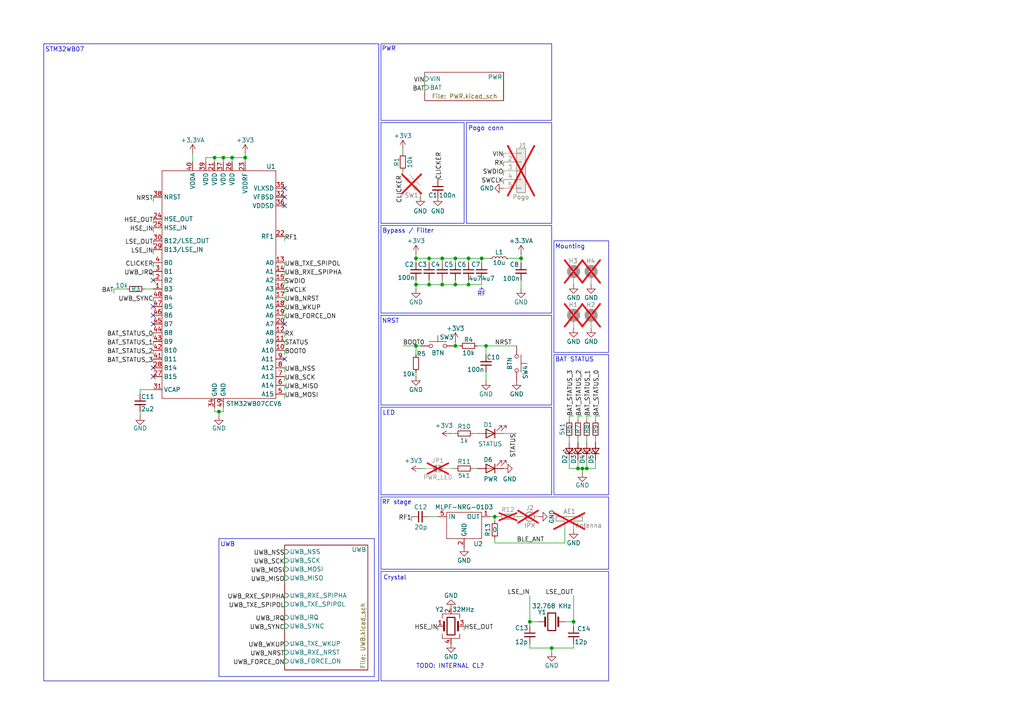
<source format=kicad_sch>
(kicad_sch (version 20231120) (generator "eeschema") (generator_version "8.0")
  (paper "A4")
  (lib_symbols
    (symbol "Connector:Conn_Coaxial_Small" (pin_numbers hide) (pin_names (offset 1.016) hide)
      (property "Reference" "J" (at 0.254 3.048 0))
      (property "Value" "Conn_Coaxial_Small" (at 0 -3.81 0))
      (symbol "Conn_Coaxial_Small_1_1"
        (pin passive line (at -2.54 0 0) (length 1.27) (name "In") (number "1"))
        (pin passive line (at 2.54 0 180) (length 1.27) (name "Ext") (number "2"))
      )
    )
    (symbol "Connector_Generic:Conn_01x05" (pin_names (offset 1.016) hide)
      (property "Reference" "J" (at 0 7.62 0))
      (property "Value" "Conn_01x05" (at 0 -7.62 0))
      (symbol "Conn_01x05_1_1"
        (pin passive line (at -5.08 5.08 0) (length 3.81) (name "Pin_1") (number "1"))
        (pin passive line (at -5.08 2.54 0) (length 3.81) (name "Pin_2") (number "2"))
        (pin passive line (at -5.08 0 0) (length 3.81) (name "Pin_3") (number "3"))
        (pin passive line (at -5.08 -2.54 0) (length 3.81) (name "Pin_4") (number "4"))
        (pin passive line (at -5.08 -5.08 0) (length 3.81) (name "Pin_5") (number "5"))
      )
    )
    (symbol "Device:Antenna_Dipole" (pin_numbers hide) (pin_names (offset 1.016) hide)
      (property "Reference" "AE" (at 1.27 1.27 0))
      (property "Value" "Antenna_Dipole" (at 1.27 0 0))
      (symbol "Antenna_Dipole_1_1"
        (pin input line (at 0 -5.08 90) (length 2.54) (name "~") (number "1"))
        (pin input line (at 2.54 -5.08 90) (length 2.54) (name "~") (number "2"))
      )
    )
    (symbol "Device:C_Small" (pin_numbers hide) (pin_names (offset 0.254) hide)
      (property "Reference" "C" (at 0.254 1.778 0))
      (property "Value" "C_Small" (at 0.254 -2.032 0))
      (symbol "C_Small_1_1"
        (pin passive line (at 0 2.54 270) (length 2.032) (name "~") (number "1"))
        (pin passive line (at 0 -2.54 90) (length 2.032) (name "~") (number "2"))
      )
    )
    (symbol "Device:Crystal" (pin_numbers hide) (pin_names (offset 1.016) hide)
      (property "Reference" "Y" (at 0 3.81 0))
      (property "Value" "Crystal" (at 0 -3.81 0))
      (symbol "Crystal_1_1"
        (pin passive line (at -3.81 0 0) (length 1.27) (name "1") (number "1"))
        (pin passive line (at 3.81 0 180) (length 1.27) (name "2") (number "2"))
      )
    )
    (symbol "Device:Crystal_GND24" (pin_names (offset 1.016) hide)
      (property "Reference" "Y" (at 3.175 5.08 0))
      (property "Value" "Crystal_GND24" (at 3.175 3.175 0))
      (symbol "Crystal_GND24_1_1"
        (pin passive line (at -3.81 0 0) (length 1.27) (name "1") (number "1"))
        (pin passive line (at 0 5.08 270) (length 1.27) (name "2") (number "2"))
        (pin passive line (at 3.81 0 180) (length 1.27) (name "3") (number "3"))
        (pin passive line (at 0 -5.08 90) (length 1.27) (name "4") (number "4"))
      )
    )
    (symbol "Device:LED" (pin_numbers hide) (pin_names (offset 1.016) hide)
      (property "Reference" "D" (at 0 2.54 0))
      (property "Value" "LED" (at 0 -2.54 0))
      (symbol "LED_1_1"
        (pin passive line (at -3.81 0 0) (length 2.54) (name "K") (number "1"))
        (pin passive line (at 3.81 0 180) (length 2.54) (name "A") (number "2"))
      )
    )
    (symbol "Device:LED_Small" (pin_numbers hide) (pin_names (offset 0.254) hide)
      (property "Reference" "D" (at -1.27 3.175 0))
      (property "Value" "LED_Small" (at -4.445 -2.54 0))
      (symbol "LED_Small_1_1"
        (pin passive line (at -2.54 0 0) (length 1.778) (name "K") (number "1"))
        (pin passive line (at 2.54 0 180) (length 1.778) (name "A") (number "2"))
      )
    )
    (symbol "Device:L_Small" (pin_numbers hide) (pin_names (offset 0.254) hide)
      (property "Reference" "L" (at 0.762 1.016 0))
      (property "Value" "L_Small" (at 0.762 -1.016 0))
      (symbol "L_Small_1_1"
        (pin passive line (at 0 2.54 270) (length 0.508) (name "~") (number "1"))
        (pin passive line (at 0 -2.54 90) (length 0.508) (name "~") (number "2"))
      )
    )
    (symbol "Device:R_Small" (pin_numbers hide) (pin_names (offset 0.254) hide)
      (property "Reference" "R" (at 0.762 0.508 0))
      (property "Value" "R_Small" (at 0.762 -1.016 0))
      (symbol "R_Small_1_1"
        (pin passive line (at 0 2.54 270) (length 0.762) (name "~") (number "1"))
        (pin passive line (at 0 -2.54 90) (length 0.762) (name "~") (number "2"))
      )
    )
    (symbol "Jumper:SolderJumper_2_Open" (pin_numbers hide) (pin_names (offset 0) hide) (exclude_from_sim yes) (in_bom no)
      (property "Reference" "JP" (at 0 2.032 0))
      (property "Value" "SolderJumper_2_Open" (at 0 -2.54 0))
      (symbol "SolderJumper_2_Open_1_1"
        (pin passive line (at -3.81 0 0) (length 2.54) (name "A") (number "1"))
        (pin passive line (at 3.81 0 180) (length 2.54) (name "B") (number "2"))
      )
    )
    (symbol "Marijn:MLPF-NRG-01D3"
      (property "Reference" "U" (at 4.318 5.08 0))
      (property "Value" "MLPF-NRG-01D3" (at 8.382 -5.08 0))
      (symbol "MLPF-NRG-01D3_1_1"
        (pin output line (at 7.62 2.54 180) (length 2.54) (name "OUT") (number "1"))
        (pin power_in line (at 0 -6.35 90) (length 2.54) (name "GND") (number "2"))
        (pin power_in line (at 0 -6.35 90) (length 2.54) hide (name "GND") (number "3"))
        (pin power_in line (at 0 -6.35 90) (length 2.54) hide (name "GND") (number "4"))
        (pin input line (at -7.62 2.54 0) (length 2.54) (name "IN") (number "5"))
        (pin power_in line (at 0 -6.35 90) (length 2.54) hide (name "GND") (number "6"))
      )
    )
    (symbol "Marijn:STM32WB07CCV6"
      (property "Reference" "U" (at 15.748 34.036 0))
      (property "Value" "STM32WB07CCV6" (at 9.906 -34.544 0))
      (symbol "STM32WB07CCV6_1_1"
        (pin bidirectional line (at -19.05 -1.27 0) (length 2.54) (name "B3") (number "1"))
        (pin bidirectional line (at 19.05 -19.05 180) (length 2.54) (name "A10") (number "10"))
        (pin bidirectional line (at 19.05 -16.51 180) (length 2.54) (name "A9") (number "11"))
        (pin bidirectional line (at 19.05 -13.97 180) (length 2.54) (name "A8") (number "12"))
        (pin bidirectional line (at 19.05 6.35 180) (length 2.54) (name "A0") (number "13"))
        (pin bidirectional line (at 19.05 3.81 180) (length 2.54) (name "A1") (number "14"))
        (pin bidirectional line (at 19.05 1.27 180) (length 2.54) (name "A2") (number "15"))
        (pin bidirectional line (at 19.05 -1.27 180) (length 2.54) (name "A3") (number "16"))
        (pin bidirectional line (at 19.05 -3.81 180) (length 2.54) (name "A4") (number "17"))
        (pin bidirectional line (at 19.05 -6.35 180) (length 2.54) (name "A5") (number "18"))
        (pin bidirectional line (at 19.05 -8.89 180) (length 2.54) (name "A6") (number "19"))
        (pin bidirectional line (at -19.05 1.27 0) (length 2.54) (name "B2") (number "2"))
        (pin bidirectional line (at 19.05 -11.43 180) (length 2.54) (name "A7") (number "20"))
        (pin input line (at -1.27 35.56 270) (length 2.54) (name "VDD") (number "21"))
        (pin bidirectional line (at 19.05 13.97 180) (length 2.54) (name "RF1") (number "22"))
        (pin input line (at 7.62 35.56 270) (length 2.54) (name "VDDRF") (number "23"))
        (pin bidirectional line (at -19.05 19.05 0) (length 2.54) (name "HSE_OUT") (number "24"))
        (pin bidirectional line (at -19.05 16.51 0) (length 2.54) (name "HSE_IN") (number "25"))
        (pin input line (at 3.81 35.56 270) (length 2.54) (name "VDD") (number "26"))
        (pin bidirectional line (at -19.05 -26.67 0) (length 2.54) (name "B15") (number "27"))
        (pin bidirectional line (at -19.05 -24.13 0) (length 2.54) (name "B14") (number "28"))
        (pin bidirectional line (at -19.05 10.16 0) (length 2.54) (name "B13/LSE_IN") (number "29"))
        (pin bidirectional line (at -19.05 3.81 0) (length 2.54) (name "B1") (number "3"))
        (pin bidirectional line (at -19.05 12.7 0) (length 2.54) (name "B12/LSE_OUT") (number "30"))
        (pin bidirectional line (at -19.05 -30.48 0) (length 2.54) (name "VCAP") (number "31"))
        (pin bidirectional line (at 19.05 25.4 180) (length 2.54) (name "VFBSD") (number "32"))
        (pin bidirectional line (at -1.27 -35.56 90) (length 2.54) (name "GND") (number "34"))
        (pin bidirectional line (at 19.05 27.94 180) (length 2.54) (name "VLXSD") (number "35"))
        (pin bidirectional line (at 19.05 22.86 180) (length 2.54) (name "VDDSD") (number "36"))
        (pin input line (at 1.27 35.56 270) (length 2.54) (name "VDD") (number "37"))
        (pin input line (at -19.05 25.4 0) (length 2.54) (name "NRST") (number "38"))
        (pin input line (at -3.81 35.56 270) (length 2.54) (name "VDD") (number "39"))
        (pin bidirectional line (at -19.05 6.35 0) (length 2.54) (name "B0") (number "4"))
        (pin input line (at -7.62 35.56 270) (length 2.54) (name "VDDA") (number "40"))
        (pin bidirectional line (at -19.05 -21.59 0) (length 2.54) (name "B11") (number "41"))
        (pin bidirectional line (at -19.05 -19.05 0) (length 2.54) (name "B10") (number "42"))
        (pin bidirectional line (at -19.05 -16.51 0) (length 2.54) (name "B9") (number "43"))
        (pin bidirectional line (at -19.05 -13.97 0) (length 2.54) (name "B8") (number "44"))
        (pin bidirectional line (at -19.05 -11.43 0) (length 2.54) (name "B7") (number "45"))
        (pin bidirectional line (at -19.05 -8.89 0) (length 2.54) (name "B6") (number "46"))
        (pin bidirectional line (at -19.05 -6.35 0) (length 2.54) (name "B5") (number "47"))
        (pin bidirectional line (at -19.05 -3.81 0) (length 2.54) (name "B4") (number "48"))
        (pin bidirectional line (at 1.27 -35.56 90) (length 2.54) (name "GND") (number "49"))
        (pin bidirectional line (at 19.05 -31.75 180) (length 2.54) (name "A15") (number "5"))
        (pin bidirectional line (at 19.05 -29.21 180) (length 2.54) (name "A14") (number "6"))
        (pin bidirectional line (at 19.05 -26.67 180) (length 2.54) (name "A13") (number "7"))
        (pin bidirectional line (at 19.05 -24.13 180) (length 2.54) (name "A12") (number "8"))
        (pin bidirectional line (at 19.05 -21.59 180) (length 2.54) (name "A11") (number "9"))
      )
    )
    (symbol "Mechanical:MountingHole_Pad" (pin_numbers hide) (pin_names (offset 1.016) hide) (exclude_from_sim yes) (in_bom no)
      (property "Reference" "H" (at 0 6.35 0))
      (property "Value" "MountingHole_Pad" (at 0 4.445 0))
      (symbol "MountingHole_Pad_1_1"
        (pin input line (at 0 -2.54 90) (length 2.54) (name "1") (number "1"))
      )
    )
    (symbol "Switch:SW_Push" (pin_numbers hide) (pin_names (offset 1.016) hide)
      (property "Reference" "SW" (at 1.27 2.54 0))
      (property "Value" "SW_Push" (at 0 -1.524 0))
      (symbol "SW_Push_0_1"
        (pin passive line (at -5.08 0 0) (length 2.54) (name "1") (number "1"))
        (pin passive line (at 5.08 0 180) (length 2.54) (name "2") (number "2"))
      )
    )
    (symbol "Switch:SW_Push_45deg" (pin_numbers hide) (pin_names (offset 1.016) hide)
      (property "Reference" "SW" (at 3.048 1.016 0))
      (property "Value" "SW_Push_45deg" (at 0 -3.81 0))
      (symbol "SW_Push_45deg_0_1"
        (pin passive line (at -2.54 2.54 0) (length 0) (name "1") (number "1"))
        (pin passive line (at 2.54 -2.54 180) (length 0) (name "2") (number "2"))
      )
    )
    (symbol "power:+3.3VA" (power) (pin_numbers hide) (pin_names (offset 0) hide)
      (property "Value" "+3.3VA" (at 0 3.556 0))
      (symbol "+3.3VA_1_1"
        (pin power_in line (at 0 0 90) (length 0) (name "~") (number "1"))
      )
    )
    (symbol "power:+3V3" (power) (pin_numbers hide) (pin_names (offset 0) hide)
      (property "Value" "+3V3" (at 0 3.556 0))
      (symbol "+3V3_1_1"
        (pin power_in line (at 0 0 90) (length 0) (name "~") (number "1"))
      )
    )
    (symbol "power:GND" (power) (pin_numbers hide) (pin_names (offset 0) hide)
      (property "Value" "GND" (at 0 -3.81 0))
      (symbol "GND_1_1"
        (pin power_in line (at 0 0 270) (length 0) (name "~") (number "1"))
      )
    )
  )
  (junction (at 120.65 100.33))
  (junction (at 167.64 135.89))
  (junction (at 67.31 45.72))
  (junction (at 132.08 100.33))
  (junction (at 120.65 82.55))
  (junction (at 71.12 45.72))
  (junction (at 128.27 74.93))
  (junction (at 160.02 187.96))
  (junction (at 140.97 100.33))
  (junction (at 135.89 82.55))
  (junction (at 153.67 180.34))
  (junction (at 132.08 82.55))
  (junction (at 124.46 74.93))
  (junction (at 139.7 74.93))
  (junction (at 63.5 119.38))
  (junction (at 143.51 149.86))
  (junction (at 120.65 74.93))
  (junction (at 128.27 82.55))
  (junction (at 64.77 45.72))
  (junction (at 62.23 45.72))
  (junction (at 132.08 74.93))
  (junction (at 151.13 74.93))
  (junction (at 166.37 180.34))
  (junction (at 124.46 82.55))
  (junction (at 168.91 135.89))
  (junction (at 135.89 74.93))
  (junction (at 170.18 135.89))
  (no_connect (at 82.55 54.61))
  (no_connect (at 44.45 91.44))
  (no_connect (at 44.45 106.68))
  (no_connect (at 82.55 104.14))
  (no_connect (at 44.45 81.28))
  (no_connect (at 82.55 57.15))
  (no_connect (at 44.45 88.9))
  (no_connect (at 44.45 109.22))
  (no_connect (at 44.45 93.98))
  (no_connect (at 82.55 59.69))
  (no_connect (at 82.55 93.98))
  (wire (pts (xy 120.65 100.33) (xy 120.65 102.87)))
  (wire (pts (xy 123.19 26.67) (xy 123.19 25.4)))
  (wire (pts (xy 120.65 73.66) (xy 120.65 74.93)))
  (wire (pts (xy 173.99 120.65) (xy 172.72 120.65)))
  (wire (pts (xy 135.89 74.93) (xy 135.89 76.2)))
  (wire (pts (xy 135.89 74.93) (xy 139.7 74.93)))
  (wire (pts (xy 130.81 135.89) (xy 132.08 135.89)))
  (wire (pts (xy 132.08 82.55) (xy 135.89 82.55)))
  (wire (pts (xy 82.55 180.34) (xy 82.55 179.07)))
  (wire (pts (xy 67.31 45.72) (xy 64.77 45.72)))
  (wire (pts (xy 44.45 71.12) (xy 44.45 69.85)))
  (wire (pts (xy 124.46 74.93) (xy 128.27 74.93)))
  (polyline (pts (xy 140.335 83.82) (xy 139.7 83.82)))
  (wire (pts (xy 128.27 82.55) (xy 132.08 82.55)))
  (wire (pts (xy 124.46 82.55) (xy 128.27 82.55)))
  (wire (pts (xy 40.64 113.03) (xy 44.45 113.03)))
  (wire (pts (xy 139.7 74.93) (xy 142.24 74.93)))
  (wire (pts (xy 82.55 69.85) (xy 82.55 68.58)))
  (wire (pts (xy 82.55 80.01) (xy 82.55 78.74)))
  (wire (pts (xy 170.18 135.89) (xy 172.72 135.89)))
  (wire (pts (xy 146.05 45.72) (xy 146.05 44.45)))
  (wire (pts (xy 151.13 74.93) (xy 151.13 76.2)))
  (wire (pts (xy 44.45 87.63) (xy 44.45 86.36)))
  (wire (pts (xy 63.5 119.38) (xy 64.77 119.38)))
  (wire (pts (xy 82.55 161.29) (xy 82.55 160.02)))
  (wire (pts (xy 82.55 110.49) (xy 82.55 109.22)))
  (wire (pts (xy 124.46 149.86) (xy 127 149.86)))
  (wire (pts (xy 128.27 74.93) (xy 128.27 76.2)))
  (wire (pts (xy 139.7 82.55) (xy 139.7 81.28)))
  (wire (pts (xy 167.64 120.65) (xy 167.64 121.92)))
  (wire (pts (xy 167.64 135.89) (xy 165.1 135.89)))
  (wire (pts (xy 143.51 157.48) (xy 163.83 157.48)))
  (wire (pts (xy 132.08 74.93) (xy 135.89 74.93)))
  (wire (pts (xy 121.92 135.89) (xy 123.19 135.89)))
  (wire (pts (xy 119.38 151.13) (xy 119.38 149.86)))
  (wire (pts (xy 120.65 74.93) (xy 120.65 76.2)))
  (wire (pts (xy 82.55 85.09) (xy 82.55 83.82)))
  (wire (pts (xy 166.37 172.72) (xy 166.37 180.34)))
  (wire (pts (xy 44.45 73.66) (xy 44.45 72.39)))
  (wire (pts (xy 62.23 118.11) (xy 62.23 119.38)))
  (wire (pts (xy 135.89 82.55) (xy 139.7 82.55)))
  (wire (pts (xy 168.91 135.89) (xy 170.18 135.89)))
  (wire (pts (xy 120.65 82.55) (xy 124.46 82.55)))
  (wire (pts (xy 128.27 74.93) (xy 132.08 74.93)))
  (wire (pts (xy 172.72 127) (xy 172.72 128.27)))
  (wire (pts (xy 165.1 120.65) (xy 165.1 121.92)))
  (wire (pts (xy 120.65 100.33) (xy 121.92 100.33)))
  (wire (pts (xy 40.64 119.38) (xy 40.64 120.65)))
  (wire (pts (xy 167.64 135.89) (xy 168.91 135.89)))
  (wire (pts (xy 71.12 46.99) (xy 71.12 45.72)))
  (wire (pts (xy 132.08 74.93) (xy 132.08 76.2)))
  (wire (pts (xy 82.55 176.53) (xy 82.55 175.26)))
  (wire (pts (xy 82.55 100.33) (xy 82.55 99.06)))
  (wire (pts (xy 44.45 67.31) (xy 44.45 66.04)))
  (wire (pts (xy 55.88 44.45) (xy 55.88 46.99)))
  (wire (pts (xy 137.16 125.73) (xy 138.43 125.73)))
  (wire (pts (xy 82.55 187.96) (xy 82.55 186.69)))
  (wire (pts (xy 64.77 45.72) (xy 64.77 46.99)))
  (wire (pts (xy 62.23 119.38) (xy 63.5 119.38)))
  (wire (pts (xy 163.83 180.34) (xy 166.37 180.34)))
  (wire (pts (xy 166.37 180.34) (xy 166.37 181.61)))
  (wire (pts (xy 120.65 74.93) (xy 124.46 74.93)))
  (wire (pts (xy 82.55 92.71) (xy 82.55 91.44)))
  (wire (pts (xy 146.05 53.34) (xy 146.05 52.07)))
  (wire (pts (xy 170.18 120.65) (xy 170.18 121.92)))
  (wire (pts (xy 147.32 74.93) (xy 151.13 74.93)))
  (wire (pts (xy 172.72 120.65) (xy 172.72 121.92)))
  (wire (pts (xy 82.55 87.63) (xy 82.55 86.36)))
  (wire (pts (xy 140.97 100.33) (xy 140.97 102.87)))
  (wire (pts (xy 172.72 135.89) (xy 172.72 133.35)))
  (wire (pts (xy 137.16 135.89) (xy 138.43 135.89)))
  (wire (pts (xy 82.55 107.95) (xy 82.55 106.68)))
  (wire (pts (xy 82.55 113.03) (xy 82.55 111.76)))
  (wire (pts (xy 33.02 85.09) (xy 33.02 83.82)))
  (wire (pts (xy 82.55 102.87) (xy 82.55 101.6)))
  (wire (pts (xy 40.64 114.3) (xy 40.64 113.03)))
  (polyline (pts (xy 139.065 83.82) (xy 139.7 83.82)))
  (wire (pts (xy 138.43 100.33) (xy 140.97 100.33)))
  (wire (pts (xy 149.86 149.86) (xy 151.13 149.86)))
  (wire (pts (xy 132.08 100.33) (xy 133.35 100.33)))
  (wire (pts (xy 82.55 82.55) (xy 82.55 81.28)))
  (wire (pts (xy 62.23 45.72) (xy 62.23 46.99)))
  (wire (pts (xy 134.62 182.88) (xy 134.62 181.61)))
  (wire (pts (xy 168.91 135.89) (xy 168.91 137.16)))
  (wire (pts (xy 44.45 64.77) (xy 44.45 63.5)))
  (polyline (pts (xy 139.7 83.185) (xy 139.7 83.82)))
  (wire (pts (xy 156.21 180.34) (xy 153.67 180.34)))
  (wire (pts (xy 165.1 135.89) (xy 165.1 133.35)))
  (wire (pts (xy 166.37 120.65) (xy 165.1 120.65)))
  (wire (pts (xy 143.51 149.86) (xy 143.51 151.13)))
  (wire (pts (xy 168.91 120.65) (xy 167.64 120.65)))
  (wire (pts (xy 82.55 115.57) (xy 82.55 114.3)))
  (wire (pts (xy 142.24 149.86) (xy 143.51 149.86)))
  (wire (pts (xy 33.02 83.82) (xy 36.83 83.82)))
  (wire (pts (xy 116.84 43.18) (xy 116.84 44.45)))
  (wire (pts (xy 128.27 52.07) (xy 127 52.07)))
  (wire (pts (xy 82.55 97.79) (xy 82.55 96.52)))
  (wire (pts (xy 153.67 186.69) (xy 153.67 187.96)))
  (wire (pts (xy 153.67 172.72) (xy 153.67 180.34)))
  (wire (pts (xy 167.64 133.35) (xy 167.64 135.89)))
  (wire (pts (xy 127 182.88) (xy 127 181.61)))
  (wire (pts (xy 71.12 45.72) (xy 71.12 44.45)))
  (wire (pts (xy 132.08 99.06) (xy 132.08 100.33)))
  (wire (pts (xy 64.77 119.38) (xy 64.77 118.11)))
  (wire (pts (xy 67.31 46.99) (xy 67.31 45.72)))
  (wire (pts (xy 160.02 187.96) (xy 166.37 187.96)))
  (wire (pts (xy 123.19 24.13) (xy 123.19 22.86)))
  (wire (pts (xy 82.55 193.04) (xy 82.55 191.77)))
  (wire (pts (xy 82.55 90.17) (xy 82.55 88.9)))
  (wire (pts (xy 41.91 83.82) (xy 44.45 83.82)))
  (wire (pts (xy 82.55 77.47) (xy 82.55 76.2)))
  (wire (pts (xy 135.89 82.55) (xy 135.89 81.28)))
  (wire (pts (xy 120.65 81.28) (xy 120.65 82.55)))
  (wire (pts (xy 153.67 187.96) (xy 160.02 187.96)))
  (wire (pts (xy 171.45 120.65) (xy 170.18 120.65)))
  (wire (pts (xy 44.45 77.47) (xy 44.45 76.2)))
  (wire (pts (xy 116.84 49.53) (xy 116.84 50.8)))
  (wire (pts (xy 82.55 173.99) (xy 82.55 172.72)))
  (wire (pts (xy 139.7 74.93) (xy 139.7 76.2)))
  (wire (pts (xy 167.64 127) (xy 167.64 128.27)))
  (wire (pts (xy 151.13 73.66) (xy 151.13 74.93)))
  (wire (pts (xy 63.5 119.38) (xy 63.5 120.65)))
  (wire (pts (xy 44.45 80.01) (xy 44.45 78.74)))
  (wire (pts (xy 140.97 100.33) (xy 149.86 100.33)))
  (wire (pts (xy 120.65 107.95) (xy 120.65 109.22)))
  (wire (pts (xy 44.45 97.79) (xy 44.45 96.52)))
  (wire (pts (xy 44.45 100.33) (xy 44.45 99.06)))
  (wire (pts (xy 59.69 45.72) (xy 62.23 45.72)))
  (wire (pts (xy 163.83 153.67) (xy 163.83 157.48)))
  (wire (pts (xy 153.67 180.34) (xy 153.67 181.61)))
  (wire (pts (xy 128.27 81.28) (xy 128.27 82.55)))
  (wire (pts (xy 146.05 50.8) (xy 146.05 49.53)))
  (wire (pts (xy 143.51 156.21) (xy 143.51 157.48)))
  (wire (pts (xy 140.97 107.95) (xy 140.97 110.49)))
  (wire (pts (xy 44.45 58.42) (xy 44.45 57.15)))
  (wire (pts (xy 44.45 102.87) (xy 44.45 101.6)))
  (wire (pts (xy 170.18 135.89) (xy 170.18 133.35)))
  (wire (pts (xy 82.55 182.88) (xy 82.55 181.61)))
  (wire (pts (xy 146.05 48.26) (xy 146.05 46.99)))
  (wire (pts (xy 82.55 190.5) (xy 82.55 189.23)))
  (wire (pts (xy 166.37 187.96) (xy 166.37 186.69)))
  (wire (pts (xy 151.13 81.28) (xy 151.13 83.82)))
  (wire (pts (xy 170.18 127) (xy 170.18 128.27)))
  (wire (pts (xy 116.84 100.33) (xy 120.65 100.33)))
  (wire (pts (xy 132.08 81.28) (xy 132.08 82.55)))
  (wire (pts (xy 124.46 74.93) (xy 124.46 76.2)))
  (wire (pts (xy 82.55 163.83) (xy 82.55 162.56)))
  (wire (pts (xy 143.51 149.86) (xy 144.78 149.86)))
  (wire (pts (xy 149.86 125.73) (xy 146.05 125.73)))
  (wire (pts (xy 121.92 57.15) (xy 121.92 55.88)))
  (wire (pts (xy 62.23 45.72) (xy 64.77 45.72)))
  (wire (pts (xy 120.65 83.82) (xy 120.65 82.55)))
  (wire (pts (xy 130.81 125.73) (xy 132.08 125.73)))
  (wire (pts (xy 165.1 127) (xy 165.1 128.27)))
  (wire (pts (xy 82.55 166.37) (xy 82.55 165.1)))
  (wire (pts (xy 59.69 46.99) (xy 59.69 45.72)))
  (wire (pts (xy 71.12 45.72) (xy 67.31 45.72)))
  (wire (pts (xy 160.02 187.96) (xy 160.02 189.23)))
  (wire (pts (xy 82.55 168.91) (xy 82.55 167.64)))
  (wire (pts (xy 44.45 105.41) (xy 44.45 104.14)))
  (wire (pts (xy 124.46 81.28) (xy 124.46 82.55)))
  (rectangle (start 110.49 118.11) (end 160.02 143.51))
  (rectangle (start 110.49 144.145) (end 176.53 165.1))
  (rectangle (start 12.7 12.7) (end 109.855 197.485))
  (rectangle (start 110.49 91.44) (end 160.02 117.475))
  (rectangle (start 160.655 69.85) (end 176.53 102.235))
  (rectangle (start 160.655 102.87) (end 176.53 143.51))
  (rectangle (start 110.49 65.405) (end 160.02 90.805))
  (rectangle (start 110.49 35.56) (end 134.62 64.77))
  (rectangle (start 63.5 156.21) (end 108.585 196.215))
  (rectangle (start 110.49 12.7) (end 160.02 34.925))
  (rectangle (start 110.49 165.735) (end 176.53 197.485))
  (rectangle (start 135.255 35.56) (end 160.02 64.77))
  (text "Pogo conn" (at 140.97 37.338 0) (effects (font (size 1.27 1.27))))
  (text "TODO: INTERNAL CL?" (at 130.556 193.294 0) (effects (font (size 1.27 1.27))))
  (text "BAT STATUS" (at 166.624 104.394 0) (effects (font (size 1.27 1.27))))
  (text "STM32WB07" (at 18.796 14.478 0) (effects (font (size 1.27 1.27))))
  (text "LED" (at 112.776 119.888 0) (effects (font (size 1.27 1.27))))
  (text "Crystal" (at 114.554 167.64 0) (effects (font (size 1.27 1.27))))
  (text "UWB" (at 66.04 157.988 0) (effects (font (size 1.27 1.27))))
  (text "PWR" (at 112.776 14.224 0) (effects (font (size 1.27 1.27))))
  (text "NRST" (at 113.284 93.218 0) (effects (font (size 1.27 1.27))))
  (text "RF" (at 139.7 85.344 0) (effects (font (size 1.27 1.27))))
  (text "RF stage" (at 115.062 145.796 0) (effects (font (size 1.27 1.27))))
  (text "Mounting" (at 165.354 71.628 0) (effects (font (size 1.27 1.27))))
  (text "Bypass / Filter" (at 118.364 67.056 0) (effects (font (size 1.27 1.27))))
  (label "BLE_ANT" (at 149.86 157.48 0))
  (label "UWB_IRQ" (at 44.45 80.01 180))
  (label "CLICKER" (at 128.27 52.07 90))
  (label "CLICKER" (at 44.45 77.47 180))
  (label "BAT_STATUS_3" (at 166.37 120.65 90))
  (label "LSE_IN" (at 44.45 73.66 180))
  (label "UWB_MOSI" (at 82.55 166.37 180))
  (label "UWB_NRST" (at 82.55 190.5 180))
  (label "SWCLK" (at 82.55 85.09 0))
  (label "BAT_STATUS_3" (at 44.45 105.41 180))
  (label "UWB_WKUP" (at 82.55 90.17 0))
  (label "UWB_TXE_SPIPOL" (at 82.55 77.47 0))
  (label "RF1" (at 82.55 69.85 0))
  (label "UWB_RXE_SPIPHA" (at 82.55 80.01 0))
  (label "SWDIO" (at 82.55 82.55 0))
  (label "NRST" (at 143.51 100.33 0))
  (label "UWB_NSS" (at 82.55 107.95 0))
  (label "UWB_SCK" (at 82.55 163.83 180))
  (label "UWB_SYNC" (at 82.55 182.88 180))
  (label "CLICKER" (at 116.84 50.8 270))
  (label "LSE_OUT" (at 166.37 172.72 180))
  (label "RF1" (at 119.38 151.13 180))
  (label "HSE_IN" (at 127 182.88 180))
  (label "UWB_SCK" (at 82.55 110.49 0))
  (label "UWB_FORCE_ON" (at 82.55 92.71 0))
  (label "UWB_FORCE_ON" (at 82.55 193.04 180))
  (label "UWB_IRQ" (at 82.55 180.34 180))
  (label "BAT_STATUS_1" (at 44.45 100.33 180))
  (label "BAT" (at 33.02 85.09 180))
  (label "BOOT0" (at 116.84 100.33 0))
  (label "HSE_IN" (at 44.45 67.31 180))
  (label "SWCLK" (at 146.05 53.34 180))
  (label "UWB_NSS" (at 82.55 161.29 180))
  (label "BAT" (at 123.19 26.67 180))
  (label "LSE_IN" (at 153.67 172.72 180))
  (label "UWB_MOSI" (at 82.55 115.57 0))
  (label "RX" (at 82.55 97.79 0))
  (label "UWB_SYNC" (at 44.45 87.63 180))
  (label "BAT_STATUS_0" (at 44.45 97.79 180))
  (label "BOOT0" (at 82.55 102.87 0))
  (label "VIN" (at 123.19 24.13 180))
  (label "HSE_OUT" (at 44.45 64.77 180))
  (label "BAT_STATUS_2" (at 168.91 120.65 90))
  (label "VIN" (at 146.05 45.72 180))
  (label "UWB_MISO" (at 82.55 168.91 180))
  (label "NRST" (at 44.45 58.42 180))
  (label "UWB_WKUP" (at 82.55 187.96 180))
  (label "UWB_NRST" (at 82.55 87.63 0))
  (label "SWDIO" (at 146.05 50.8 180))
  (label "STATUS" (at 82.55 100.33 0))
  (label "LSE_OUT" (at 44.45 71.12 180))
  (label "UWB_TXE_SPIPOL" (at 82.55 176.53 180))
  (label "HSE_OUT" (at 134.62 182.88 0))
  (label "RX" (at 146.05 48.26 180))
  (label "BAT_STATUS_1" (at 171.45 120.65 90))
  (label "BAT_STATUS_2" (at 44.45 102.87 180))
  (label "UWB_MISO" (at 82.55 113.03 0))
  (label "STATUS" (at 149.86 125.73 270))
  (label "BAT_STATUS_0" (at 173.99 120.65 90))
  (label "UWB_RXE_SPIPHA" (at 82.55 173.99 180))
  (symbol (lib_id "Mechanical:MountingHole_Pad") (at 166.37 80.01 0) (unit 1) (exclude_from_sim yes) (in_bom no) (dnp yes)
    (property "Reference" "H3" (at 164.846 75.692 0) (effects (justify left)))
    (property "Value" "MountingHole_Pad" (effects (hide yes)))
    (property "Footprint" "MountingHole:MountingHole_2.2mm_M2_Pad_Via" (effects (hide yes)))
    (property "Description" "Mounting Hole with connection" (effects (hide yes)))
  )
  (symbol (lib_id "Connector_Generic:Conn_01x05") (at 151.13 49.53 0) (unit 1) (dnp yes)
    (property "Reference" "J1" (at 150.368 42.164 0) (effects (justify left)))
    (property "Value" "Pogo" (at 148.59 57.15 0) (effects (justify left)))
    (property "Footprint" "Connector_PinHeader_2.54mm:PinHeader_1x05_P2.54mm_Vertical" (effects (hide yes)))
    (property "Description" "Generic connector, single row, 01x05, script generated (kicad-library-utils/schlib/autogen/connector/)" (effects (hide yes)))
  )
  (symbol (lib_id "power:GND") (at 160.02 189.23 0) (mirror y) (unit 1)
    (property "Reference" "#PWR029" (effects (hide yes)))
    (property "Value" "GND" (at 160.02 193.04 0))
    (property "Description" "Power symbol creates a global label with name \"GND\" , ground" (effects (hide yes)))
  )
  (symbol (lib_id "power:+3.3VA") (at 55.88 44.45 0) (unit 1)
    (property "Reference" "#PWR02" (effects (hide yes)))
    (property "Value" "+3.3VA" (at 55.88 40.64 0))
    (property "Description" "Power symbol creates a global label with name \"+3.3VA\"" (effects (hide yes)))
  )
  (symbol (lib_id "Switch:SW_Push_45deg") (at 119.38 53.34 0) (unit 1) (dnp yes)
    (property "Reference" "SW1" (at 119.38 56.642 0))
    (property "Value" "CLICKER" (effects (hide yes)))
    (property "Footprint" "Connector_PinHeader_2.54mm:PinHeader_2x01_P2.54mm_Vertical" (effects (hide yes)))
    (property "Description" "Push button switch, normally open, two pins, 45° tilted" (effects (hide yes)))
  )
  (symbol (lib_id "power:GND") (at 146.05 54.61 270) (unit 1)
    (property "Reference" "#PWR04" (effects (hide yes)))
    (property "Value" "GND" (at 141.224 54.61 90))
    (property "Description" "Power symbol creates a global label with name \"GND\" , ground" (effects (hide yes)))
  )
  (symbol (lib_id "power:GND") (at 127 57.15 0) (unit 1)
    (property "Reference" "#PWR06" (effects (hide yes)))
    (property "Value" "GND" (at 127 61.214 0))
    (property "Description" "Power symbol creates a global label with name \"GND\" , ground" (effects (hide yes)))
  )
  (symbol (lib_id "Device:R_Small") (at 134.62 125.73 90) (unit 1)
    (property "Reference" "R10" (at 134.62 123.698 90))
    (property "Value" "1k" (at 134.62 127.762 90))
    (property "Footprint" "Resistor_SMD:R_0603_1608Metric" (effects (hide yes)))
    (property "Description" "Resistor, small symbol" (effects (hide yes)))
    (property "mouser" " 71-CRCW06031K00FKEE" (effects (hide yes)))
  )
  (symbol (lib_id "Device:C_Small") (at 135.89 78.74 0) (unit 1)
    (property "Reference" "C6" (at 132.588 76.708 0) (effects (justify left)))
    (property "Value" "4u7" (at 135.89 80.772 0) (effects (justify left)))
    (property "Footprint" "Capacitor_SMD:C_0603_1608Metric" (effects (hide yes)))
    (property "Description" "Unpolarized capacitor, small symbol" (effects (hide yes)))
    (property "mouser" " 963-JMK107BJ475MA-T" (effects (hide yes)))
  )
  (symbol (lib_id "Device:LED_Small") (at 172.72 130.81 90) (unit 1)
    (property "Reference" "D5" (at 171.45 131.826 0) (effects (justify right)))
    (property "Value" "Green" (effects (hide yes)))
    (property "Footprint" "LED_SMD:LED_0603_1608Metric" (effects (hide yes)))
    (property "Description" "GREEN" (effects (hide yes)))
    (property "mouser" " 710-150060GS75000" (effects (hide yes)))
  )
  (symbol (lib_id "Device:Crystal_GND24") (at 130.81 181.61 0) (unit 1)
    (property "Reference" "Y2" (at 127.508 176.784 0))
    (property "Value" "32MHz" (at 134.366 176.784 0))
    (property "Footprint" "Crystal:Crystal_SMD_3225-4Pin_3.2x2.5mm" (effects (hide yes)))
    (property "Datasheet" "https://www.lcsc.com/datasheet/lcsc_datasheet_2408021446_TOGNJING-XTM32032000DT00351001_C37635386.pdf" (effects (hide yes)))
    (property "Description" "XTM32032000DT00351001" (effects (hide yes)))
    (property "LCSC" "C9006" (effects (hide yes)))
    (property "mouser" "732-22532MF1Z-ACX" (effects (hide yes)))
  )
  (symbol (lib_id "Mechanical:MountingHole_Pad") (at 171.45 92.71 0) (unit 1) (exclude_from_sim yes) (in_bom no) (dnp yes)
    (property "Reference" "H2" (at 169.926 88.392 0) (effects (justify left)))
    (property "Value" "MountingHole_Pad" (effects (hide yes)))
    (property "Footprint" "MountingHole:MountingHole_2.2mm_M2_Pad_Via" (effects (hide yes)))
    (property "Description" "Mounting Hole with connection" (effects (hide yes)))
  )
  (symbol (lib_id "Device:R_Small") (at 134.62 135.89 90) (unit 1)
    (property "Reference" "R11" (at 134.62 133.858 90))
    (property "Value" "5k1" (at 134.62 137.922 90))
    (property "Footprint" "Resistor_SMD:R_0603_1608Metric" (effects (hide yes)))
    (property "Description" "Resistor, small symbol" (effects (hide yes)))
    (property "mouser" " 791-RMC1/16-512JTP" (effects (hide yes)))
  )
  (symbol (lib_id "Device:LED") (at 142.24 125.73 180) (unit 1)
    (property "Reference" "D1" (at 140.208 123.19 0) (effects (justify right)))
    (property "Value" "STATUS" (at 138.684 128.778 0) (effects (justify right)))
    (property "Footprint" "LED_SMD:LED_0603_1608Metric" (effects (hide yes)))
    (property "Description" "BLUE" (effects (hide yes)))
    (property "mouser" " 710-150060BS75000" (effects (hide yes)))
  )
  (symbol (lib_id "Device:LED_Small") (at 170.18 130.81 90) (unit 1)
    (property "Reference" "D4" (at 168.91 131.826 0) (effects (justify right)))
    (property "Value" "Green" (effects (hide yes)))
    (property "Footprint" "LED_SMD:LED_0603_1608Metric" (effects (hide yes)))
    (property "Description" "GREEN" (effects (hide yes)))
    (property "mouser" " 710-150060GS75000" (effects (hide yes)))
  )
  (symbol (lib_id "power:GND") (at 166.37 153.67 0) (unit 1)
    (property "Reference" "#PWR025" (effects (hide yes)))
    (property "Value" "GND" (at 166.37 157.48 0))
    (property "Description" "Power symbol creates a global label with name \"GND\" , ground" (effects (hide yes)))
  )
  (symbol (lib_id "Switch:SW_Push") (at 127 100.33 0) (unit 1)
    (property "Reference" "SW3" (at 129.54 97.79 0))
    (property "Value" "BTN" (at 127 102.362 0))
    (property "Footprint" "Button_Switch_SMD:SW_SPST_PTS810" (effects (hide yes)))
    (property "Description" "Push button switch, generic, two pins" (effects (hide yes)))
    (property "LCSC" "C2681476" (effects (hide yes)))
    (property "mouser" " 611-PTS810SJS250SMTR" (effects (hide yes)))
  )
  (symbol (lib_id "Device:C_Small") (at 132.08 78.74 0) (unit 1)
    (property "Reference" "C5" (at 128.778 76.708 0) (effects (justify left)))
    (property "Value" "100n" (effects (hide yes)))
    (property "Footprint" "Capacitor_SMD:C_0603_1608Metric" (effects (hide yes)))
    (property "Description" "Unpolarized capacitor, small symbol" (effects (hide yes)))
    (property "mouser" "80-C0603C104M4RAUTO" (effects (hide yes)))
  )
  (symbol (lib_id "Mechanical:MountingHole_Pad") (at 166.37 92.71 0) (unit 1) (exclude_from_sim yes) (in_bom no) (dnp yes)
    (property "Reference" "H1" (at 164.846 88.392 0) (effects (justify left)))
    (property "Value" "MountingHole_Pad" (effects (hide yes)))
    (property "Footprint" "MountingHole:MountingHole_2.2mm_M2_Pad_Via" (effects (hide yes)))
    (property "Description" "Mounting Hole with connection" (effects (hide yes)))
  )
  (symbol (lib_id "power:+3V3") (at 121.92 135.89 90) (mirror x) (unit 1)
    (property "Reference" "#PWR021" (effects (hide yes)))
    (property "Value" "+3V3" (at 119.888 133.604 90))
    (property "Description" "Power symbol creates a global label with name \"+3V3\"" (effects (hide yes)))
  )
  (symbol (lib_id "Device:R_Small") (at 165.1 124.46 180) (unit 1)
    (property "Reference" "R6" (at 165.1 124.46 90))
    (property "Value" "5k1" (at 163.068 124.46 90))
    (property "Footprint" "Resistor_SMD:R_0603_1608Metric" (effects (hide yes)))
    (property "Description" "Resistor, small symbol" (effects (hide yes)))
    (property "mouser" " 791-RMC1/16-512JTP" (effects (hide yes)))
  )
  (symbol (lib_id "Device:C_Small") (at 151.13 78.74 0) (unit 1)
    (property "Reference" "C8" (at 147.828 76.708 0) (effects (justify left)))
    (property "Value" "100n" (at 145.796 80.772 0) (effects (justify left)))
    (property "Footprint" "Capacitor_SMD:C_0603_1608Metric" (effects (hide yes)))
    (property "Description" "Unpolarized capacitor, small symbol" (effects (hide yes)))
    (property "mouser" "80-C0603C104M4RAUTO" (effects (hide yes)))
  )
  (symbol (lib_id "Device:C_Small") (at 120.65 78.74 0) (unit 1)
    (property "Reference" "C2" (at 117.348 76.708 0) (effects (justify left)))
    (property "Value" "100n" (at 115.316 80.518 0) (effects (justify left)))
    (property "Footprint" "Capacitor_SMD:C_0603_1608Metric" (effects (hide yes)))
    (property "Description" "Unpolarized capacitor, small symbol" (effects (hide yes)))
    (property "mouser" "80-C0603C104M4RAUTO" (effects (hide yes)))
  )
  (symbol (lib_id "power:GND") (at 168.91 137.16 0) (unit 1)
    (property "Reference" "#PWR023" (effects (hide yes)))
    (property "Value" "GND" (at 168.91 140.716 0))
    (property "Description" "Power symbol creates a global label with name \"GND\" , ground" (effects (hide yes)))
  )
  (symbol (lib_id "Device:C_Small") (at 166.37 184.15 0) (unit 1)
    (property "Reference" "C14" (at 167.386 182.372 0) (effects (justify left)))
    (property "Value" "12p" (at 166.624 186.182 0) (effects (justify left)))
    (property "Footprint" "Capacitor_SMD:C_0603_1608Metric" (effects (hide yes)))
    (property "Description" "Unpolarized capacitor, small symbol" (effects (hide yes)))
    (property "LCSC" "C1547" (effects (hide yes)))
    (property "mouser" " 791-0603N120J500CT" (effects (hide yes)))
  )
  (symbol (lib_id "power:GND") (at 130.81 186.69 0) (mirror y) (unit 1)
    (property "Reference" "#PWR028" (effects (hide yes)))
    (property "Value" "GND" (at 130.81 190.5 0))
    (property "Description" "Power symbol creates a global label with name \"GND\" , ground" (effects (hide yes)))
  )
  (symbol (lib_id "Switch:SW_Push") (at 149.86 105.41 270) (unit 1)
    (property "Reference" "SW4" (at 152.4 107.95 0))
    (property "Value" "BTN" (at 147.828 105.41 0))
    (property "Footprint" "Button_Switch_SMD:SW_SPST_PTS810" (effects (hide yes)))
    (property "Description" "Push button switch, generic, two pins" (effects (hide yes)))
    (property "LCSC" "C2681476" (effects (hide yes)))
    (property "mouser" " 611-PTS810SJS250SMTR" (effects (hide yes)))
  )
  (symbol (lib_id "power:GND") (at 120.65 109.22 0) (unit 1)
    (property "Reference" "#PWR015" (effects (hide yes)))
    (property "Value" "GND" (at 120.65 113.03 0))
    (property "Description" "Power symbol creates a global label with name \"GND\" , ground" (effects (hide yes)))
  )
  (symbol (lib_id "Device:R_Small") (at 167.64 124.46 180) (unit 1)
    (property "Reference" "R7" (at 167.64 124.46 90))
    (property "Value" "5k1" (effects (hide yes)))
    (property "Footprint" "Resistor_SMD:R_0603_1608Metric" (effects (hide yes)))
    (property "Description" "Resistor, small symbol" (effects (hide yes)))
    (property "mouser" " 791-RMC1/16-512JTP" (effects (hide yes)))
  )
  (symbol (lib_id "power:GND") (at 156.21 149.86 90) (unit 1)
    (property "Reference" "#PWR024" (effects (hide yes)))
    (property "Value" "GND" (at 160.02 149.86 0))
    (property "Description" "Power symbol creates a global label with name \"GND\" , ground" (effects (hide yes)))
  )
  (symbol (lib_id "Device:C_Small") (at 40.64 116.84 0) (unit 1)
    (property "Reference" "C11" (at 40.894 115.062 0) (effects (justify left)))
    (property "Value" "2u2" (at 40.894 118.618 0) (effects (justify left)))
    (property "Footprint" "Capacitor_SMD:C_0603_1608Metric" (effects (hide yes)))
    (property "Description" "Unpolarized capacitor, small symbol" (effects (hide yes)))
    (property "mouser" " 187-CL10B225KP8NNNC" (effects (hide yes)))
  )
  (symbol (lib_id "Device:C_Small") (at 140.97 105.41 180) (unit 1)
    (property "Reference" "C10" (at 145.034 103.632 0) (effects (justify left)))
    (property "Value" "100n" (at 140.462 107.188 0) (effects (justify left)))
    (property "Footprint" "Capacitor_SMD:C_0603_1608Metric" (effects (hide yes)))
    (property "Description" "Unpolarized capacitor, small symbol" (effects (hide yes)))
    (property "mouser" "80-C0603C104M4RAUTO" (effects (hide yes)))
  )
  (symbol (lib_id "power:GND") (at 166.37 82.55 0) (unit 1)
    (property "Reference" "#PWR083" (effects (hide yes)))
    (property "Value" "GND" (at 166.37 86.36 0))
    (property "Description" "Power symbol creates a global label with name \"GND\" , ground" (effects (hide yes)))
  )
  (symbol (lib_id "power:+3V3") (at 116.84 43.18 0) (mirror y) (unit 1)
    (property "Reference" "#PWR01" (effects (hide yes)))
    (property "Value" "+3V3" (at 116.84 39.37 0))
    (property "Description" "Power symbol creates a global label with name \"+3V3\"" (effects (hide yes)))
  )
  (symbol (lib_id "Device:C_Small") (at 128.27 78.74 0) (unit 1)
    (property "Reference" "C4" (at 124.968 76.708 0) (effects (justify left)))
    (property "Value" "100n" (effects (hide yes)))
    (property "Footprint" "Capacitor_SMD:C_0603_1608Metric" (effects (hide yes)))
    (property "Description" "Unpolarized capacitor, small symbol" (effects (hide yes)))
    (property "mouser" "80-C0603C104M4RAUTO" (effects (hide yes)))
  )
  (symbol (lib_id "Device:R_Small") (at 147.32 149.86 90) (unit 1) (dnp yes)
    (property "Reference" "R12" (at 147.32 147.828 90))
    (property "Value" "0" (at 147.32 149.86 90))
    (property "Footprint" "Resistor_SMD:R_0603_1608Metric" (effects (hide yes)))
    (property "Description" "Resistor, small symbol" (effects (hide yes)))
    (property "mouser" " 71-CRCW06030000Z0EI" (effects (hide yes)))
  )
  (symbol (lib_id "Device:C_Small") (at 127 54.61 0) (unit 1)
    (property "Reference" "C1" (at 124.206 56.642 0) (effects (justify left)))
    (property "Value" "100n" (at 127.254 56.642 0) (effects (justify left)))
    (property "Footprint" "Capacitor_SMD:C_0603_1608Metric" (effects (hide yes)))
    (property "Description" "Unpolarized capacitor, small symbol" (effects (hide yes)))
    (property "mouser" "80-C0603C104M4RAUTO" (effects (hide yes)))
  )
  (symbol (lib_id "Device:R_Small") (at 39.37 83.82 90) (unit 1)
    (property "Reference" "R3" (at 39.37 83.82 90))
    (property "Value" "10k" (at 35.306 82.804 90))
    (property "Footprint" "Resistor_SMD:R_0603_1608Metric" (effects (hide yes)))
    (property "Description" "Resistor, small symbol" (effects (hide yes)))
    (property "mouser" " 71-CRCW060310K0FKED" (effects (hide yes)))
  )
  (symbol (lib_id "Marijn:STM32WB07CCV6") (at 63.5 82.55 0) (unit 1)
    (property "Reference" "U1" (at 77.216 48.26 0) (effects (justify left)))
    (property "Value" "STM32WB07CCV6" (at 65.532 117.094 0) (effects (justify left)))
    (property "Footprint" "Package_DFN_QFN:QFN-48-1EP_6x6mm_P0.4mm_EP4.3x4.3mm" (effects (hide yes)))
    (property "mouser" " 511-STM32WB07CCV6TR" (effects (hide yes)))
  )
  (symbol (lib_id "Marijn:MLPF-NRG-01D3") (at 134.62 152.4 0) (unit 1)
    (property "Reference" "U2" (at 138.684 157.734 0))
    (property "Value" "MLPF-NRG-01D3" (at 134.62 147.066 0))
    (property "Footprint" "Marijn_KiCad:CSPG" (effects (hide yes)))
    (property "mouser" "511-MLPF-NRG-01D3" (effects (hide yes)))
  )
  (symbol (lib_id "power:+3.3VA") (at 151.13 73.66 0) (unit 1)
    (property "Reference" "#PWR08" (effects (hide yes)))
    (property "Value" "+3.3VA" (at 151.13 69.85 0))
    (property "Description" "Power symbol creates a global label with name \"+3.3VA\"" (effects (hide yes)))
  )
  (symbol (lib_id "Device:C_Small") (at 153.67 184.15 0) (unit 1)
    (property "Reference" "C13" (at 149.352 182.118 0) (effects (justify left)))
    (property "Value" "12p" (at 149.352 186.182 0) (effects (justify left)))
    (property "Footprint" "Capacitor_SMD:C_0603_1608Metric" (effects (hide yes)))
    (property "Description" "Unpolarized capacitor, small symbol" (effects (hide yes)))
    (property "LCSC" "C1547" (effects (hide yes)))
    (property "mouser" " 791-0603N120J500CT" (effects (hide yes)))
  )
  (symbol (lib_id "power:+3V3") (at 132.08 99.06 0) (mirror y) (unit 1)
    (property "Reference" "#PWR014" (effects (hide yes)))
    (property "Value" "+3V3" (at 132.08 95.25 0))
    (property "Description" "Power symbol creates a global label with name \"+3V3\"" (effects (hide yes)))
  )
  (symbol (lib_id "power:+3V3") (at 71.12 44.45 0) (unit 1)
    (property "Reference" "#PWR03" (effects (hide yes)))
    (property "Value" "+3V3" (at 71.12 40.64 0))
    (property "Description" "Power symbol creates a global label with name \"+3V3\"" (effects (hide yes)))
  )
  (symbol (lib_id "Device:R_Small") (at 172.72 124.46 180) (unit 1)
    (property "Reference" "R9" (at 172.72 124.46 90))
    (property "Value" "5k1" (effects (hide yes)))
    (property "Footprint" "Resistor_SMD:R_0603_1608Metric" (effects (hide yes)))
    (property "Description" "Resistor, small symbol" (effects (hide yes)))
    (property "mouser" " 791-RMC1/16-512JTP" (effects (hide yes)))
  )
  (symbol (lib_id "Device:LED") (at 142.24 135.89 180) (unit 1)
    (property "Reference" "D6" (at 140.208 133.35 0) (effects (justify right)))
    (property "Value" "PWR" (at 140.208 138.938 0) (effects (justify right)))
    (property "Footprint" "LED_SMD:LED_0603_1608Metric" (effects (hide yes)))
    (property "Description" "RED" (effects (hide yes)))
    (property "mouser" " 710-150060RS75000" (effects (hide yes)))
  )
  (symbol (lib_id "Device:Crystal") (at 160.02 180.34 0) (unit 1)
    (property "Reference" "Y1" (at 157.226 177.546 0))
    (property "Value" "32.768 KHz" (at 160.02 175.768 0))
    (property "Footprint" "Crystal:Crystal_SMD_3215-2Pin_3.2x1.5mm" (effects (hide yes)))
    (property "LCSC" "C32346" (effects (hide yes)))
    (property "mouser" " 198-XTL2024" (effects (hide yes)))
  )
  (symbol (lib_id "Device:Antenna_Dipole") (at 163.83 148.59 0) (unit 1) (dnp yes)
    (property "Reference" "AE1" (at 163.322 148.336 0) (effects (justify left)))
    (property "Value" "Antenna" (at 166.878 152.4 0) (effects (justify left)))
    (property "Footprint" "RF_Antenna:Texas_SWRA117D_2.4GHz_Right" (effects (hide yes)))
    (property "Description" "Dipole antenna" (effects (hide yes)))
  )
  (symbol (lib_id "power:GND") (at 121.92 57.15 0) (unit 1)
    (property "Reference" "#PWR05" (effects (hide yes)))
    (property "Value" "GND" (at 121.92 61.214 0))
    (property "Description" "Power symbol creates a global label with name \"GND\" , ground" (effects (hide yes)))
  )
  (symbol (lib_id "Device:C_Small") (at 121.92 149.86 90) (unit 1)
    (property "Reference" "C12" (at 123.952 147.066 90) (effects (justify left)))
    (property "Value" "20p" (at 123.952 152.908 90) (effects (justify left)))
    (property "Footprint" "Capacitor_SMD:C_0603_1608Metric" (effects (hide yes)))
    (property "Description" "Unpolarized capacitor, small symbol" (effects (hide yes)))
    (property "LCSC" "C1547" (effects (hide yes)))
    (property "mouser" " 791-0603N200J160CT" (effects (hide yes)))
  )
  (symbol (lib_id "Device:R_Small") (at 120.65 105.41 0) (unit 1)
    (property "Reference" "R5" (at 122.174 102.616 0))
    (property "Value" "10k" (at 118.618 108.458 0))
    (property "Footprint" "Resistor_SMD:R_0603_1608Metric" (effects (hide yes)))
    (property "Description" "Resistor, small symbol" (effects (hide yes)))
    (property "mouser" " 71-CRCW060310K0FKED" (effects (hide yes)))
  )
  (symbol (lib_id "power:GND") (at 140.97 110.49 0) (unit 1)
    (property "Reference" "#PWR016" (effects (hide yes)))
    (property "Value" "GND" (at 140.97 114.3 0))
    (property "Description" "Power symbol creates a global label with name \"GND\" , ground" (effects (hide yes)))
  )
  (symbol (lib_id "Device:R_Small") (at 170.18 124.46 180) (unit 1)
    (property "Reference" "R8" (at 170.18 124.46 90))
    (property "Value" "5k1" (effects (hide yes)))
    (property "Footprint" "Resistor_SMD:R_0603_1608Metric" (effects (hide yes)))
    (property "Description" "Resistor, small symbol" (effects (hide yes)))
    (property "mouser" " 791-RMC1/16-512JTP" (effects (hide yes)))
  )
  (symbol (lib_id "Device:L_Small") (at 144.78 74.93 90) (unit 1)
    (property "Reference" "L1" (at 144.78 73.152 90))
    (property "Value" "10u" (at 144.78 76.2 90))
    (property "Footprint" "Inductor_SMD:L_0805_2012Metric" (effects (hide yes)))
    (property "Description" "Inductor, small symbol" (effects (hide yes)))
    (property "LCSC" "  C139245" (effects (hide yes)))
    (property "mouser" " 810-MLZ2012M100WTD25" (effects (hide yes)))
  )
  (symbol (lib_id "power:GND") (at 171.45 95.25 0) (unit 1)
    (property "Reference" "#PWR082" (effects (hide yes)))
    (property "Value" "GND" (at 171.45 99.06 0))
    (property "Description" "Power symbol creates a global label with name \"GND\" , ground" (effects (hide yes)))
  )
  (symbol (lib_id "power:GND") (at 149.86 110.49 0) (unit 1)
    (property "Reference" "#PWR017" (effects (hide yes)))
    (property "Value" "GND" (at 149.86 114.3 0))
    (property "Description" "Power symbol creates a global label with name \"GND\" , ground" (effects (hide yes)))
  )
  (symbol (lib_id "power:GND") (at 146.05 135.89 90) (unit 1)
    (property "Reference" "#PWR022" (effects (hide yes)))
    (property "Value" "GND" (at 147.828 138.938 90))
    (property "Description" "Power symbol creates a global label with name \"GND\" , ground" (effects (hide yes)))
  )
  (symbol (lib_id "Device:LED_Small") (at 165.1 130.81 90) (unit 1)
    (property "Reference" "D2" (at 163.83 131.826 0) (effects (justify right)))
    (property "Value" "Green" (effects (hide yes)))
    (property "Footprint" "LED_SMD:LED_0603_1608Metric" (effects (hide yes)))
    (property "Description" "GREEN" (effects (hide yes)))
    (property "mouser" " 710-150060GS75000" (effects (hide yes)))
  )
  (symbol (lib_id "power:+3V3") (at 130.81 125.73 90) (mirror x) (unit 1)
    (property "Reference" "#PWR020" (effects (hide yes)))
    (property "Value" "+3V3" (at 128.778 123.444 90))
    (property "Description" "Power symbol creates a global label with name \"+3V3\"" (effects (hide yes)))
  )
  (symbol (lib_id "power:GND") (at 134.62 158.75 0) (unit 1)
    (property "Reference" "#PWR026" (effects (hide yes)))
    (property "Value" "GND" (at 134.62 162.56 0))
    (property "Description" "Power symbol creates a global label with name \"GND\" , ground" (effects (hide yes)))
  )
  (symbol (lib_id "power:GND") (at 151.13 83.82 0) (unit 1)
    (property "Reference" "#PWR011" (effects (hide yes)))
    (property "Value" "GND" (at 151.13 87.63 0))
    (property "Description" "Power symbol creates a global label with name \"GND\" , ground" (effects (hide yes)))
  )
  (symbol (lib_id "Device:C_Small") (at 139.7 78.74 0) (unit 1)
    (property "Reference" "C7" (at 136.652 76.708 0) (effects (justify left)))
    (property "Value" "4u7" (at 139.7 80.772 0) (effects (justify left)))
    (property "Footprint" "Capacitor_SMD:C_0603_1608Metric" (effects (hide yes)))
    (property "Description" "Unpolarized capacitor, small symbol" (effects (hide yes)))
    (property "mouser" " 963-JMK107BJ475MA-T" (effects (hide yes)))
  )
  (symbol (lib_id "power:GND") (at 171.45 82.55 0) (unit 1)
    (property "Reference" "#PWR084" (effects (hide yes)))
    (property "Value" "GND" (at 171.45 86.36 0))
    (property "Description" "Power symbol creates a global label with name \"GND\" , ground" (effects (hide yes)))
  )
  (symbol (lib_id "Device:C_Small") (at 124.46 78.74 0) (unit 1)
    (property "Reference" "C3" (at 121.158 76.708 0) (effects (justify left)))
    (property "Value" "100n" (effects (hide yes)))
    (property "Footprint" "Capacitor_SMD:C_0603_1608Metric" (effects (hide yes)))
    (property "Description" "Unpolarized capacitor, small symbol" (effects (hide yes)))
    (property "mouser" "80-C0603C104M4RAUTO" (effects (hide yes)))
  )
  (symbol (lib_id "Device:R_Small") (at 143.51 153.67 180) (unit 1)
    (property "Reference" "R13" (at 141.478 153.67 90))
    (property "Value" "0" (at 143.51 153.67 0))
    (property "Footprint" "Resistor_SMD:R_0603_1608Metric" (effects (hide yes)))
    (property "Description" "Resistor, small symbol" (effects (hide yes)))
    (property "mouser" " 71-CRCW06030000Z0EI" (effects (hide yes)))
  )
  (symbol (lib_id "Device:R_Small") (at 135.89 100.33 90) (unit 1)
    (property "Reference" "R4" (at 135.89 98.552 90))
    (property "Value" "10k" (at 135.89 102.362 90))
    (property "Footprint" "Resistor_SMD:R_0603_1608Metric" (effects (hide yes)))
    (property "Description" "Resistor, small symbol" (effects (hide yes)))
    (property "mouser" " 71-CRCW060310K0FKED" (effects (hide yes)))
  )
  (symbol (lib_id "power:GND") (at 120.65 83.82 0) (unit 1)
    (property "Reference" "#PWR010" (effects (hide yes)))
    (property "Value" "GND" (at 120.65 87.63 0))
    (property "Description" "Power symbol creates a global label with name \"GND\" , ground" (effects (hide yes)))
  )
  (symbol (lib_id "Device:R_Small") (at 116.84 46.99 180) (unit 1)
    (property "Reference" "R1" (at 115.062 46.99 90))
    (property "Value" "10k" (at 118.872 46.99 90))
    (property "Footprint" "Resistor_SMD:R_0603_1608Metric" (effects (hide yes)))
    (property "Description" "Resistor, small symbol" (effects (hide yes)))
    (property "mouser" " 71-CRCW060310K0FKED" (effects (hide yes)))
  )
  (symbol (lib_id "Mechanical:MountingHole_Pad") (at 171.45 80.01 0) (unit 1) (exclude_from_sim yes) (in_bom no) (dnp yes)
    (property "Reference" "H4" (at 169.926 75.692 0) (effects (justify left)))
    (property "Value" "MountingHole_Pad" (effects (hide yes)))
    (property "Footprint" "MountingHole:MountingHole_2.2mm_M2_Pad_Via" (effects (hide yes)))
    (property "Description" "Mounting Hole with connection" (effects (hide yes)))
  )
  (symbol (lib_id "power:GND") (at 166.37 95.25 0) (unit 1)
    (property "Reference" "#PWR081" (effects (hide yes)))
    (property "Value" "GND" (at 166.37 99.06 0))
    (property "Description" "Power symbol creates a global label with name \"GND\" , ground" (effects (hide yes)))
  )
  (symbol (lib_id "power:+3V3") (at 120.65 73.66 0) (unit 1)
    (property "Reference" "#PWR07" (effects (hide yes)))
    (property "Value" "+3V3" (at 120.65 69.85 0))
    (property "Description" "Power symbol creates a global label with name \"+3V3\"" (effects (hide yes)))
  )
  (symbol (lib_id "Jumper:SolderJumper_2_Open") (at 127 135.89 0) (unit 1) (exclude_from_sim yes) (in_bom no) (dnp yes)
    (property "Reference" "JP1" (at 127 133.604 0))
    (property "Value" "PWR_LED" (at 127 138.43 0))
    (property "Footprint" "Jumper:SolderJumper-2_P1.3mm_Open_TrianglePad1.0x1.5mm" (effects (hide yes)))
    (property "Description" "Solder Jumper, 2-pole, open" (effects (hide yes)))
  )
  (symbol (lib_id "Device:LED_Small") (at 167.64 130.81 90) (unit 1)
    (property "Reference" "D3" (at 166.37 131.826 0) (effects (justify right)))
    (property "Value" "Green" (effects (hide yes)))
    (property "Footprint" "LED_SMD:LED_0603_1608Metric" (effects (hide yes)))
    (property "Description" "GREEN" (effects (hide yes)))
    (property "mouser" " 710-150060GS75000" (effects (hide yes)))
  )
  (symbol (lib_id "Connector:Conn_Coaxial_Small") (at 153.67 149.86 0) (unit 1) (dnp yes)
    (property "Reference" "J2" (at 153.67 147.32 0))
    (property "Value" "IPX" (at 153.67 152.4 0))
    (property "Footprint" "Connector_Coaxial:U.FL_Molex_MCRF_73412-0110_Vertical" (effects (hide yes)))
    (property "Description" "small coaxial connector (BNC, SMA, SMB, SMC, Cinch/RCA, LEMO, ...)" (effects (hide yes)))
  )
  (symbol (lib_id "power:GND") (at 130.81 176.53 180) (unit 1)
    (property "Reference" "#PWR027" (effects (hide yes)))
    (property "Value" "GND" (at 130.81 172.72 0))
    (property "Description" "Power symbol creates a global label with name \"GND\" , ground" (effects (hide yes)))
  )
  (symbol (lib_id "power:GND") (at 63.5 120.65 0) (unit 1)
    (property "Reference" "#PWR019" (effects (hide yes)))
    (property "Value" "GND" (at 63.5 124.206 0))
    (property "Description" "Power symbol creates a global label with name \"GND\" , ground" (effects (hide yes)))
  )
  (symbol (lib_id "power:GND") (at 40.64 120.65 0) (unit 1)
    (property "Reference" "#PWR018" (effects (hide yes)))
    (property "Value" "GND" (at 40.64 124.206 0))
    (property "Description" "Power symbol creates a global label with name \"GND\" , ground" (effects (hide yes)))
  )
  (sheet (at 82.55 158.115) (size 24.13 36.195) (stroke (width 0.1524))
    (property "Sheetname" "UWB" (at 101.981 160.147 0) (effects (justify left bottom)))
    (property "Sheetfile" "UWB.kicad_sch" (at 104.521 193.929 90) (effects (justify left top)))
    (pin "UWB_RXE_SPIPHA" input (at 82.55 172.72 180))
    (pin "UWB_TXE_SPIPOL" input (at 82.55 175.26 180))
    (pin "UWB_SYNC" input (at 82.55 181.61 180))
    (pin "UWB_NSS" input (at 82.55 160.02 180))
    (pin "UWB_TXE_WKUP" input (at 82.55 186.69 180))
    (pin "UWB_RXE_NRST" input (at 82.55 189.23 180))
    (pin "UWB_MOSI" input (at 82.55 165.1 180))
    (pin "UWB_FORCE_ON" input (at 82.55 191.77 180))
    (pin "UWB_IRQ" input (at 82.55 179.07 180))
    (pin "UWB_SCK" input (at 82.55 162.56 180))
    (pin "UWB_MISO" input (at 82.55 167.64 180))
  )
  (sheet (at 123.19 20.955) (size 22.86 8.255) (stroke (width 0.1524))
    (property "Sheetname" "PWR" (at 141.478 23.114 0) (effects (justify left bottom)))
    (property "Sheetfile" "PWR.kicad_sch" (at 125.222 27.178 0) (effects (justify left top)))
    (pin "VIN" input (at 123.19 22.86 180))
    (pin "BAT" input (at 123.19 25.4 180))
  )
)
</source>
